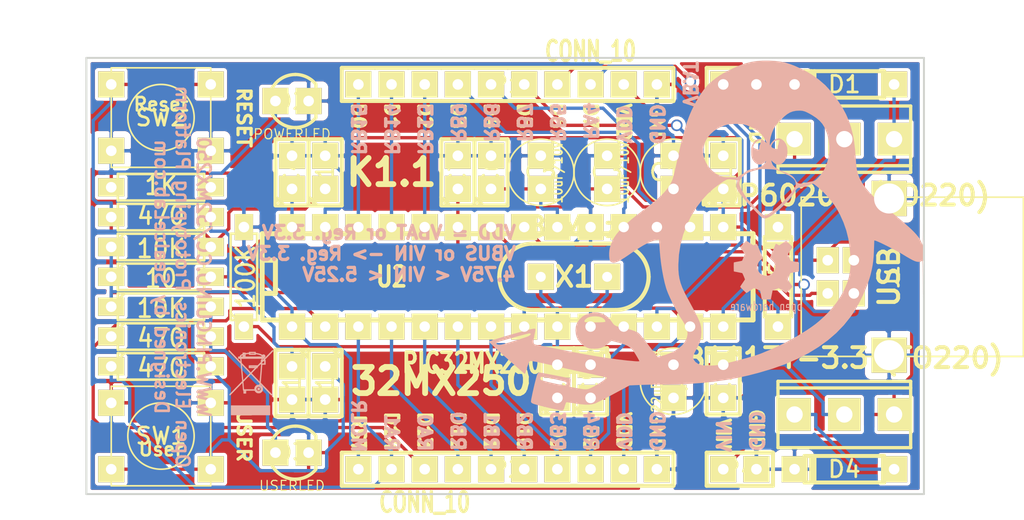
<source format=kicad_pcb>
(kicad_pcb (version 3) (host pcbnew "(2013-10-28 BZR 4418)-product")
  (layers (15 F.Cu signal) (0 B.Cu signal) (18 B.Paste user) (19 F.Paste user) (20 B.SilkS user) (21 F.SilkS user) (22 B.Mask user) (23 F.Mask user) (28 Edge.Cuts user))
  (net 0 "")
  (net 1 /D+)
  (net 2 /D-)
  (net 3 "/D0(SCK2,TX1,SS1)")
  (net 4 "/D1(VBUSON,SCK1,SS2,TX2)")
  (net 5 "/D10(RX1,SDI2,SDA2,SDO1,SDO2)")
  (net 6 "/D11(PGEC1,TX1,SS1,SDO1,SDO2)")
  (net 7 "/D12(PGED1,TX2,SS2)")
  (net 8 "/D13(PGED3,TX1,SS1)")
  (net 9 "/D14(PGEC3,SDO1,SDO2,RX2,SDI1)")
  (net 10 "/D2(RX1,SDI2,SDO1,SDO2)")
  (net 11 "/D3(SDA1,SS2)")
  (net 12 "/D4(SCL1,RX2,SDO1,SDO2)")
  (net 13 "/D5(USBMON,SS1,TX1)")
  (net 14 "/D6(USBID,RX2,SDI1,SDO1,SDO2)")
  (net 15 "/D7(RX1,SDI2,SDO1,SDO2)")
  (net 16 "/D8(TX1,SS1)")
  (net 17 "/D9(TX1,SCL2,SS1)")
  (net 18 /MCLR)
  (net 19 /VBAT)
  (net 20 /VBUS)
  (net 21 /VDD)
  (net 22 "Net-(C1-Pad1)")
  (net 23 "Net-(C10-Pad1)")
  (net 24 "Net-(C11-Pad1)")
  (net 25 "Net-(C4-Pad1)")
  (net 26 "Net-(C5-Pad1)")
  (net 27 "Net-(C8-Pad2)")
  (net 28 "Net-(C9-Pad2)")
  (net 29 "Net-(D2-Pad1)")
  (net 30 "Net-(D3-Pad1)")
  (net 31 "Net-(D4-Pad1)")
  (net 32 "Net-(D5-Pad1)")
  (net 33 VSS)
  (module LED-3MM (layer F.Cu) (at 214.63 136.398)
    (fp_text reference D2 (at 0 0 180) (layer F.SilkS) (effects (font (size 1.27 1.27) (thickness 0.2032))))
    (fp_text value POWERLED (at 0 2.54) (layer F.SilkS) (effects (font (size 0.762 0.762) (thickness 0.0889))))
    (pad 1 thru_hole rect (at -1.27 0) (size 2 2) (drill 0.8128) (layers *.Cu *.Mask F.SilkS) (net 29 "Net-(D2-Pad1)"))
    (pad 2 thru_hole rect (at 1.27 0) (size 2 2) (drill 0.8128) (layers *.Cu *.Mask F.SilkS) (net 33 VSS))
  )
  (module LED-3MM (layer F.Cu) (at 214.63 163.322)
    (fp_text reference D3 (at 0 0 180) (layer F.SilkS) (effects (font (size 1.27 1.27) (thickness 0.2032))))
    (fp_text value USERLED (at 0 2.54) (layer F.SilkS) (effects (font (size 0.762 0.762) (thickness 0.0889))))
    (pad 1 thru_hole rect (at -1.27 0) (size 2 2) (drill 0.8128) (layers *.Cu *.Mask F.SilkS) (net 30 "Net-(D3-Pad1)"))
    (pad 2 thru_hole rect (at 1.27 0) (size 2 2) (drill 0.8128) (layers *.Cu *.Mask F.SilkS) (net 33 VSS))
  )
  (module SIL-10 (layer F.Cu) (at 231.14 164.592 180)
    (fp_text reference P2 (at 0 0 180) (layer F.SilkS) (effects (font (size 1.27 1.27) (thickness 0.2032))))
    (fp_text value CONN_10 (at 6.35 -2.54 180) (layer F.SilkS) (effects (font (size 1.524 1.016) (thickness 0.3048))))
    (pad 1 thru_hole rect (at -11.43 0 180) (size 2 2) (drill 0.8128) (layers *.Cu *.Mask F.SilkS) (net 33 VSS))
    (pad 2 thru_hole rect (at -8.89 0 180) (size 2 2) (drill 0.8128) (layers *.Cu *.Mask F.SilkS) (net 21 /VDD))
    (pad 3 thru_hole rect (at -6.35 0 180) (size 2 2) (drill 0.8128) (layers *.Cu *.Mask F.SilkS) (net 16 "/D8(TX1,SS1)"))
    (pad 4 thru_hole rect (at -3.81 0 180) (size 2 2) (drill 0.8128) (layers *.Cu *.Mask F.SilkS) (net 17 "/D9(TX1,SCL2,SS1)"))
    (pad 5 thru_hole rect (at -1.27 0 180) (size 2 2) (drill 0.8128) (layers *.Cu *.Mask F.SilkS) (net 5 "/D10(RX1,SDI2,SDA2,SDO1,SDO2)"))
    (pad 6 thru_hole rect (at 1.27 0 180) (size 2 2) (drill 0.8128) (layers *.Cu *.Mask F.SilkS) (net 6 "/D11(PGEC1,TX1,SS1,SDO1,SDO2)"))
    (pad 7 thru_hole rect (at 3.81 0 180) (size 2 2) (drill 0.8128) (layers *.Cu *.Mask F.SilkS) (net 7 "/D12(PGED1,TX2,SS2)"))
    (pad 8 thru_hole rect (at 6.35 0 180) (size 2 2) (drill 0.8128) (layers *.Cu *.Mask F.SilkS) (net 8 "/D13(PGED3,TX1,SS1)"))
    (pad 9 thru_hole rect (at 8.89 0 180) (size 2 2) (drill 0.8128) (layers *.Cu *.Mask F.SilkS) (net 9 "/D14(PGEC3,SDO1,SDO2,RX2,SDI1)"))
    (pad 10 thru_hole rect (at 11.43 0 180) (size 2 2) (drill 0.8128) (layers *.Cu *.Mask F.SilkS) (net 18 /MCLR))
  )
  (module SIL-10 (layer F.Cu) (at 231.14 135.128)
    (fp_text reference P1 (at 0 0) (layer F.SilkS) (effects (font (size 1.27 1.27) (thickness 0.2032))))
    (fp_text value CONN_10 (at 6.35 -2.54) (layer F.SilkS) (effects (font (size 1.524 1.016) (thickness 0.3048))))
    (pad 1 thru_hole rect (at -11.43 0) (size 2 2) (drill 0.8128) (layers *.Cu *.Mask F.SilkS) (net 3 "/D0(SCK2,TX1,SS1)"))
    (pad 2 thru_hole rect (at -8.89 0) (size 2 2) (drill 0.8128) (layers *.Cu *.Mask F.SilkS) (net 4 "/D1(VBUSON,SCK1,SS2,TX2)"))
    (pad 3 thru_hole rect (at -6.35 0) (size 2 2) (drill 0.8128) (layers *.Cu *.Mask F.SilkS) (net 10 "/D2(RX1,SDI2,SDO1,SDO2)"))
    (pad 4 thru_hole rect (at -3.81 0) (size 2 2) (drill 0.8128) (layers *.Cu *.Mask F.SilkS) (net 11 "/D3(SDA1,SS2)"))
    (pad 5 thru_hole rect (at -1.27 0) (size 2 2) (drill 0.8128) (layers *.Cu *.Mask F.SilkS) (net 12 "/D4(SCL1,RX2,SDO1,SDO2)"))
    (pad 6 thru_hole rect (at 1.27 0) (size 2 2) (drill 0.8128) (layers *.Cu *.Mask F.SilkS) (net 13 "/D5(USBMON,SS1,TX1)"))
    (pad 7 thru_hole rect (at 3.81 0) (size 2 2) (drill 0.8128) (layers *.Cu *.Mask F.SilkS) (net 14 "/D6(USBID,RX2,SDI1,SDO1,SDO2)"))
    (pad 8 thru_hole rect (at 6.35 0) (size 2 2) (drill 0.8128) (layers *.Cu *.Mask F.SilkS) (net 15 "/D7(RX1,SDI2,SDO1,SDO2)"))
    (pad 9 thru_hole rect (at 8.89 0) (size 2 2) (drill 0.8128) (layers *.Cu *.Mask F.SilkS) (net 21 /VDD))
    (pad 10 thru_hole rect (at 11.43 0) (size 2 2) (drill 0.8128) (layers *.Cu *.Mask F.SilkS) (net 33 VSS))
  )
  (module C1 (layer F.Cu) (at 227.33 141.859 90)
    (fp_text reference C7 (at 0 0 90) (layer F.SilkS) (effects (font (size 1.27 1.27) (thickness 0.2032))))
    (fp_text value 100nF hide)
    (pad 1 thru_hole rect (at -1.27 0 90) (size 2 2) (drill 0.8128) (layers *.Cu *.Mask F.SilkS) (net 21 /VDD))
    (pad 2 thru_hole rect (at 1.27 0 90) (size 2 2) (drill 0.8128) (layers *.Cu *.Mask F.SilkS) (net 33 VSS))
  )
  (module C1 (layer F.Cu) (at 234.95 157.861 90)
    (fp_text reference C8 (at 0 0 90) (layer F.SilkS) (effects (font (size 1.27 1.27) (thickness 0.2032))))
    (fp_text value 22pF hide)
    (pad 1 thru_hole rect (at -1.27 0 90) (size 2 2) (drill 0.8128) (layers *.Cu *.Mask F.SilkS) (net 33 VSS))
    (pad 2 thru_hole rect (at 1.27 0 90) (size 2 2) (drill 0.8128) (layers *.Cu *.Mask F.SilkS) (net 27 "Net-(C8-Pad2)"))
  )
  (module C1 (layer F.Cu) (at 237.49 157.861 90)
    (fp_text reference C9 (at 0 0 90) (layer F.SilkS) (effects (font (size 1.27 1.27) (thickness 0.2032))))
    (fp_text value 22pF hide)
    (pad 1 thru_hole rect (at -1.27 0 90) (size 2 2) (drill 0.8128) (layers *.Cu *.Mask F.SilkS) (net 33 VSS))
    (pad 2 thru_hole rect (at 1.27 0 90) (size 2 2) (drill 0.8128) (layers *.Cu *.Mask F.SilkS) (net 28 "Net-(C9-Pad2)"))
  )
  (module C1 (layer F.Cu) (at 217.17 157.988 270)
    (fp_text reference C10 (at 0 0 270) (layer F.SilkS) (effects (font (size 1.27 1.27) (thickness 0.2032))))
    (fp_text value 100nF hide)
    (pad 1 thru_hole rect (at -1.27 0 270) (size 2 2) (drill 0.8128) (layers *.Cu *.Mask F.SilkS) (net 23 "Net-(C10-Pad1)"))
    (pad 2 thru_hole rect (at 1.27 0 270) (size 2 2) (drill 0.8128) (layers *.Cu *.Mask F.SilkS) (net 33 VSS))
  )
  (module C1 (layer F.Cu) (at 214.63 157.988 270)
    (fp_text reference C12 (at 0 0 270) (layer F.SilkS) (effects (font (size 1.27 1.27) (thickness 0.2032))))
    (fp_text value 100nF hide)
    (pad 1 thru_hole rect (at -1.27 0 270) (size 2 2) (drill 0.8128) (layers *.Cu *.Mask F.SilkS) (net 21 /VDD))
    (pad 2 thru_hole rect (at 1.27 0 270) (size 2 2) (drill 0.8128) (layers *.Cu *.Mask F.SilkS) (net 33 VSS))
  )
  (module C1 (layer F.Cu) (at 247.65 141.859 90)
    (fp_text reference C13 (at -0.127 0 90) (layer F.SilkS) (effects (font (size 1.27 1.27) (thickness 0.2032))))
    (fp_text value 100nF hide)
    (pad 1 thru_hole rect (at -1.27 0 90) (size 2 2) (drill 0.8128) (layers *.Cu *.Mask F.SilkS) (net 20 /VBUS))
    (pad 2 thru_hole rect (at 1.27 0 90) (size 2 2) (drill 0.8128) (layers *.Cu *.Mask F.SilkS) (net 33 VSS))
  )
  (module D3 (layer F.Cu) (at 256.921 164.592 180)
    (fp_text reference D4 (at 0 0 180) (layer F.SilkS) (effects (font (size 1.27 1.27) (thickness 0.2032))))
    (fp_text value "1N5817 (DO-214AC)" hide)
    (pad 2 thru_hole rect (at 3.81 0 180) (size 2 2) (drill 0.8128) (layers *.Cu *.Mask F.SilkS) (net 33 VSS))
    (pad 1 thru_hole rect (at -3.81 0 180) (size 2 2) (drill 0.8128) (layers *.Cu *.Mask F.SilkS) (net 31 "Net-(D4-Pad1)"))
  )
  (module D3 (layer F.Cu) (at 251.841 149.86 90)
    (fp_text reference D5 (at 0 0 90) (layer F.SilkS) (effects (font (size 1.27 1.27) (thickness 0.2032))))
    (fp_text value "1N5817 (DO-214AC)" hide)
    (pad 2 thru_hole rect (at 3.81 0 90) (size 2 2) (drill 0.8128) (layers *.Cu *.Mask F.SilkS) (net 19 /VBAT))
    (pad 1 thru_hole rect (at -3.81 0 90) (size 2 2) (drill 0.8128) (layers *.Cu *.Mask F.SilkS) (net 32 "Net-(D5-Pad1)"))
  )
  (module SIL-2 (layer F.Cu) (at 248.92 135.128 180)
    (fp_text reference P3 (at 0 0 180) (layer F.SilkS) (effects (font (size 1.27 1.27) (thickness 0.2032))))
    (fp_text value "Ext. Power" hide)
    (pad 1 thru_hole rect (at -1.27 0 180) (size 2 2) (drill 0.8128) (layers *.Cu *.Mask F.SilkS) (net 33 VSS))
    (pad 2 thru_hole rect (at 1.27 0 180) (size 2 2) (drill 0.8128) (layers *.Cu *.Mask F.SilkS) (net 32 "Net-(D5-Pad1)"))
  )
  (module R3 (layer F.Cu) (at 210.947 149.86 90)
    (fp_text reference R1 hide)
    (fp_text value 100K (at 0 0.127 90) (layer F.SilkS) (effects (font (size 1.397 1.27) (thickness 0.2032))))
    (pad 1 thru_hole rect (at -3.81 0 90) (size 2 1.397) (drill 0.8128) (layers *.Cu *.Mask F.SilkS) (net 22 "Net-(C1-Pad1)"))
    (pad 2 thru_hole rect (at 3.81 0 90) (size 2 1.397) (drill 0.8128) (layers *.Cu *.Mask F.SilkS) (net 33 VSS))
  )
  (module R3 (layer F.Cu) (at 204.597 143.002 180)
    (fp_text reference R2 hide)
    (fp_text value 1K (at 0 0.127 180) (layer F.SilkS) (effects (font (size 1.397 1.27) (thickness 0.2032))))
    (pad 1 thru_hole rect (at -3.81 0 180) (size 2 1.397) (drill 0.8128) (layers *.Cu *.Mask F.SilkS) (net 29 "Net-(D2-Pad1)"))
    (pad 2 thru_hole rect (at 3.81 0 180) (size 2 1.397) (drill 0.8128) (layers *.Cu *.Mask F.SilkS) (net 20 /VBUS))
  )
  (module R3 (layer F.Cu) (at 204.597 154.432)
    (fp_text reference R3 hide)
    (fp_text value 470 (at 0 0.127) (layer F.SilkS) (effects (font (size 1.397 1.27) (thickness 0.2032))))
    (pad 1 thru_hole rect (at -3.81 0) (size 2 1.397) (drill 0.8128) (layers *.Cu *.Mask F.SilkS) (net 8 "/D13(PGED3,TX1,SS1)"))
    (pad 2 thru_hole rect (at 3.81 0) (size 2 1.397) (drill 0.8128) (layers *.Cu *.Mask F.SilkS) (net 30 "Net-(D3-Pad1)"))
  )
  (module R3 (layer F.Cu) (at 204.597 149.86)
    (fp_text reference R4 hide)
    (fp_text value 10 (at 0 0.127) (layer F.SilkS) (effects (font (size 1.397 1.27) (thickness 0.2032))))
    (pad 1 thru_hole rect (at -3.81 0) (size 2 1.397) (drill 0.8128) (layers *.Cu *.Mask F.SilkS) (net 21 /VDD))
    (pad 2 thru_hole rect (at 3.81 0) (size 2 1.397) (drill 0.8128) (layers *.Cu *.Mask F.SilkS) (net 25 "Net-(C4-Pad1)"))
  )
  (module R3 (layer F.Cu) (at 204.597 152.146)
    (fp_text reference R5 hide)
    (fp_text value 10K (at 0 0.127) (layer F.SilkS) (effects (font (size 1.397 1.27) (thickness 0.2032))))
    (pad 1 thru_hole rect (at -3.81 0) (size 2 1.397) (drill 0.8128) (layers *.Cu *.Mask F.SilkS) (net 21 /VDD))
    (pad 2 thru_hole rect (at 3.81 0) (size 2 1.397) (drill 0.8128) (layers *.Cu *.Mask F.SilkS) (net 23 "Net-(C10-Pad1)"))
  )
  (module R3 (layer F.Cu) (at 204.597 147.574)
    (fp_text reference R6 hide)
    (fp_text value 10K (at 0 0.127) (layer F.SilkS) (effects (font (size 1.397 1.27) (thickness 0.2032))))
    (pad 1 thru_hole rect (at -3.81 0) (size 2 1.397) (drill 0.8128) (layers *.Cu *.Mask F.SilkS) (net 21 /VDD))
    (pad 2 thru_hole rect (at 3.81 0) (size 2 1.397) (drill 0.8128) (layers *.Cu *.Mask F.SilkS) (net 24 "Net-(C11-Pad1)"))
  )
  (module SW_PUSH_SMALL (layer F.Cu) (at 204.597 162.052)
    (fp_text reference SW1 (at 0 0) (layer F.SilkS) (effects (font (size 1.27 1.27) (thickness 0.2032))))
    (fp_text value User (at 0 1.016) (layer F.SilkS) (effects (font (size 1.016 1.016) (thickness 0.2032))))
    (pad 1 thru_hole rect (at 3.81 -2.54) (size 2 2) (drill 0.8128) (layers *.Cu *.Mask F.SilkS) (net 33 VSS))
    (pad 2 thru_hole rect (at 3.81 2.54) (size 2 2) (drill 0.8128) (layers *.Cu *.Mask F.SilkS) (net 23 "Net-(C10-Pad1)"))
    (pad 1 thru_hole rect (at -3.81 -2.54) (size 2 2) (drill 0.8128) (layers *.Cu *.Mask F.SilkS) (net 33 VSS))
    (pad 2 thru_hole rect (at -3.81 2.54) (size 2 2) (drill 0.8128) (layers *.Cu *.Mask F.SilkS) (net 23 "Net-(C10-Pad1)"))
  )
  (module SW_PUSH_SMALL (layer F.Cu) (at 204.597 137.668 180)
    (fp_text reference SW2 (at 0 0 180) (layer F.SilkS) (effects (font (size 1.27 1.27) (thickness 0.2032))))
    (fp_text value Reset (at 0 1.016 180) (layer F.SilkS) (effects (font (size 1.016 1.016) (thickness 0.2032))))
    (pad 1 thru_hole rect (at 3.81 -2.54 180) (size 2 2) (drill 0.8128) (layers *.Cu *.Mask F.SilkS) (net 33 VSS))
    (pad 2 thru_hole rect (at 3.81 2.54 180) (size 2 2) (drill 0.8128) (layers *.Cu *.Mask F.SilkS) (net 24 "Net-(C11-Pad1)"))
    (pad 1 thru_hole rect (at -3.81 -2.54 180) (size 2 2) (drill 0.8128) (layers *.Cu *.Mask F.SilkS) (net 33 VSS))
    (pad 2 thru_hole rect (at -3.81 2.54 180) (size 2 2) (drill 0.8128) (layers *.Cu *.Mask F.SilkS) (net 24 "Net-(C11-Pad1)"))
  )
  (module HC-49V (layer F.Cu) (at 236.22 149.86 180)
    (fp_text reference X1 (at 0 0 180) (layer F.SilkS) (effects (font (thickness 0.3048))))
    (fp_text value "8 MHz" (at 0 3.81 180) (layer F.SilkS) (effects (font (thickness 0.3048))))
    (pad 1 thru_hole rect (at -2.54 0 180) (size 2 2) (drill 0.762) (layers *.Cu *.Mask F.SilkS) (net 28 "Net-(C9-Pad2)"))
    (pad 2 thru_hole rect (at 2.54 0 180) (size 2 2) (drill 0.762) (layers *.Cu *.Mask F.SilkS) (net 27 "Net-(C8-Pad2)"))
  )
  (module C1V5 (layer F.Cu) (at 243.84 157.861 270)
    (fp_text reference C1 (at 0 0 540) (layer F.SilkS) (effects (font (size 1.27 1.27) (thickness 0.2032))))
    (fp_text value 22uF/16V (at 0 1.27 270) (layer F.SilkS) (effects (font (size 0.762 0.635) (thickness 0.127))))
    (fp_text user + (at -1.27 0 270) (layer F.SilkS) (effects (font (size 0.762 0.762) (thickness 0.2032))))
    (pad 1 thru_hole rect (at -1.27 0 270) (size 2 2) (drill 0.8128) (layers *.Cu *.Mask F.SilkS) (net 22 "Net-(C1-Pad1)"))
    (pad 2 thru_hole rect (at 1.27 0 270) (size 2 2) (drill 0.8128) (layers *.Cu *.Mask F.SilkS) (net 33 VSS))
  )
  (module C1 (layer F.Cu) (at 247.65 157.861 270)
    (fp_text reference C2 (at 0 0 270) (layer F.SilkS) (effects (font (size 1.27 1.27) (thickness 0.2032))))
    (fp_text value 100nF hide)
    (pad 1 thru_hole rect (at -1.27 0 270) (size 2 2) (drill 0.8128) (layers *.Cu *.Mask F.SilkS) (net 22 "Net-(C1-Pad1)"))
    (pad 2 thru_hole rect (at 1.27 0 270) (size 2 2) (drill 0.8128) (layers *.Cu *.Mask F.SilkS) (net 33 VSS))
  )
  (module C1V5 (layer F.Cu) (at 238.76 141.859 90)
    (fp_text reference C3 (at 0 0 180) (layer F.SilkS) (effects (font (size 1.27 1.27) (thickness 0.2032))))
    (fp_text value 10uF/10V (at 0 1.27 90) (layer F.SilkS) (effects (font (size 0.762 0.635) (thickness 0.127))))
    (fp_text user + (at -1.27 0 90) (layer F.SilkS) (effects (font (size 0.762 0.762) (thickness 0.2032))))
    (pad 1 thru_hole rect (at -1.27 0 90) (size 2 2) (drill 0.8128) (layers *.Cu *.Mask F.SilkS) (net 21 /VDD))
    (pad 2 thru_hole rect (at 1.27 0 90) (size 2 2) (drill 0.8128) (layers *.Cu *.Mask F.SilkS) (net 33 VSS))
  )
  (module C1 (layer F.Cu) (at 214.63 141.859 90)
    (fp_text reference C4 (at 0 0 90) (layer F.SilkS) (effects (font (size 1.27 1.27) (thickness 0.2032))))
    (fp_text value 100nF hide)
    (pad 1 thru_hole rect (at -1.27 0 90) (size 2 2) (drill 0.8128) (layers *.Cu *.Mask F.SilkS) (net 25 "Net-(C4-Pad1)"))
    (pad 2 thru_hole rect (at 1.27 0 90) (size 2 2) (drill 0.8128) (layers *.Cu *.Mask F.SilkS) (net 33 VSS))
  )
  (module C1V5 (layer F.Cu) (at 233.68 141.859 90)
    (fp_text reference C5 (at 0 0 180) (layer F.SilkS) (effects (font (size 1.27 1.27) (thickness 0.2032))))
    (fp_text value 10uF/10V (at 0 1.27 90) (layer F.SilkS) (effects (font (size 0.762 0.635) (thickness 0.127))))
    (fp_text user + (at -1.27 0 90) (layer F.SilkS) (effects (font (size 0.762 0.762) (thickness 0.2032))))
    (pad 1 thru_hole rect (at -1.27 0 90) (size 2 2) (drill 0.8128) (layers *.Cu *.Mask F.SilkS) (net 26 "Net-(C5-Pad1)"))
    (pad 2 thru_hole rect (at 1.27 0 90) (size 2 2) (drill 0.8128) (layers *.Cu *.Mask F.SilkS) (net 33 VSS))
  )
  (module C1 (layer F.Cu) (at 229.87 141.859 90)
    (fp_text reference C6 (at 0 0 90) (layer F.SilkS) (effects (font (size 1.27 1.27) (thickness 0.2032))))
    (fp_text value 100nF hide)
    (pad 1 thru_hole rect (at -1.27 0 90) (size 2 2) (drill 0.8128) (layers *.Cu *.Mask F.SilkS) (net 26 "Net-(C5-Pad1)"))
    (pad 2 thru_hole rect (at 1.27 0 90) (size 2 2) (drill 0.8128) (layers *.Cu *.Mask F.SilkS) (net 33 VSS))
  )
  (module C1 (layer F.Cu) (at 217.17 141.859 90)
    (fp_text reference C11 (at 0 0 90) (layer F.SilkS) (effects (font (size 1.27 1.27) (thickness 0.2032))))
    (fp_text value 100nF hide)
    (pad 1 thru_hole rect (at -1.27 0 90) (size 2 2) (drill 0.8128) (layers *.Cu *.Mask F.SilkS) (net 24 "Net-(C11-Pad1)"))
    (pad 2 thru_hole rect (at 1.27 0 90) (size 2 2) (drill 0.8128) (layers *.Cu *.Mask F.SilkS) (net 33 VSS))
  )
  (module C1V5 (layer F.Cu) (at 243.84 141.859 90)
    (fp_text reference C14 (at 0 0 180) (layer F.SilkS) (effects (font (size 1.27 1.27) (thickness 0.2032))))
    (fp_text value 10uF/10V (at 0 1.27 90) (layer F.SilkS) (effects (font (size 0.762 0.635) (thickness 0.127))))
    (fp_text user + (at -1.27 0 90) (layer F.SilkS) (effects (font (size 0.762 0.762) (thickness 0.2032))))
    (pad 1 thru_hole rect (at -1.27 0 90) (size 2 2) (drill 0.8128) (layers *.Cu *.Mask F.SilkS) (net 20 /VBUS))
    (pad 2 thru_hole rect (at 1.27 0 90) (size 2 2) (drill 0.8128) (layers *.Cu *.Mask F.SilkS) (net 33 VSS))
  )
  (module D3 (layer F.Cu) (at 256.921 135.128 180)
    (fp_text reference D1 (at 0 0 180) (layer F.SilkS) (effects (font (size 1.27 1.27) (thickness 0.2032))))
    (fp_text value "1N5817 (DO-214AC)" hide)
    (pad 2 thru_hole rect (at 3.81 0 180) (size 2 2) (drill 0.8128) (layers *.Cu *.Mask F.SilkS) (net 21 /VDD))
    (pad 1 thru_hole rect (at -3.81 0 180) (size 2 2) (drill 0.8128) (layers *.Cu *.Mask F.SilkS) (net 22 "Net-(C1-Pad1)"))
  )
  (module R3 (layer F.Cu) (at 204.597 156.718)
    (fp_text reference R7 hide)
    (fp_text value 470 (at 0 0.127) (layer F.SilkS) (effects (font (size 1.397 1.27) (thickness 0.2032))))
    (pad 1 thru_hole rect (at -3.81 0) (size 2 1.397) (drill 0.8128) (layers *.Cu *.Mask F.SilkS) (net 9 "/D14(PGEC3,SDO1,SDO2,RX2,SDI1)"))
    (pad 2 thru_hole rect (at 3.81 0) (size 2 1.397) (drill 0.8128) (layers *.Cu *.Mask F.SilkS) (net 23 "Net-(C10-Pad1)"))
  )
  (module R3 (layer F.Cu) (at 204.597 145.288 180)
    (fp_text reference R8 hide)
    (fp_text value 470 (at 0 0.127 180) (layer F.SilkS) (effects (font (size 1.397 1.27) (thickness 0.2032))))
    (pad 1 thru_hole rect (at -3.81 0 180) (size 2 1.397) (drill 0.8128) (layers *.Cu *.Mask F.SilkS) (net 18 /MCLR))
    (pad 2 thru_hole rect (at 3.81 0 180) (size 2 1.397) (drill 0.8128) (layers *.Cu *.Mask F.SilkS) (net 24 "Net-(C11-Pad1)"))
  )
  (module Logo_silk_OSHW_6x6mm (layer B.Cu) (at 250.952 149.352 180)
    (fp_text reference G2 hide)
    (fp_text value LOGO hide)
  )
  (module USB_B (layer F.Cu) (at 260.35 149.86 90)
    (fp_text reference J1 (at 0 0.254 90) (layer F.SilkS) (effects (font (thickness 0.2))))
    (fp_text value USB (at 0 0 90) (layer F.SilkS) (effects (font (thickness 0.3048))))
    (pad 1 thru_hole rect (at 1.27 -4.699 90) (size 2 1.7) (drill 0.8128) (layers *.Cu *.Mask F.SilkS) (net 20 /VBUS))
    (pad 2 thru_hole rect (at -1.27 -4.699 90) (size 2 1.7) (drill 0.8128) (layers *.Cu *.Mask F.SilkS) (net 2 /D-))
    (pad 3 thru_hole rect (at -1.27 -2.70002 90) (size 2 1.7) (drill 0.8128) (layers *.Cu *.Mask F.SilkS) (net 1 /D+))
    (pad 4 thru_hole rect (at 1.27 -2.70002 90) (size 2 1.7) (drill 0.8128) (layers *.Cu *.Mask F.SilkS) (net 33 VSS))
    (pad 5 thru_hole rect (at 5.99948 0 90) (size 2.70002 2.70002) (drill 2.30124) (layers *.Cu *.Mask F.SilkS) (net 33 VSS))
    (pad 6 thru_hole rect (at -5.99948 0 90) (size 2.70002 2.70002) (drill 2.30124) (layers *.Cu *.Mask F.SilkS) (net 33 VSS))
  )
  (module to220 (layer F.Cu) (at 256.921 139.319 180)
    (fp_text reference Q1 (at 0 0 180) (layer F.SilkS) (effects (font (thickness 0.2))))
    (fp_text value "NDP6020P (TO220)" (at 0 -4.318 180) (layer F.SilkS) (effects (font (thickness 0.3048))))
    (pad S thru_hole rect (at 3.81 0 180) (size 2.49936 2.49936) (drill 1.24968) (layers *.Cu *.Mask F.SilkS) (net 21 /VDD))
    (pad D thru_hole rect (at 0 0 180) (size 2.49936 2.49936) (drill 1.24968) (layers *.Cu *.Mask F.SilkS) (net 19 /VBAT))
    (pad G thru_hole rect (at -3.81 0 180) (size 2.49936 2.49936) (drill 1.24968) (layers *.Cu *.Mask F.SilkS) (net 22 "Net-(C1-Pad1)"))
  )
  (module to220 (layer F.Cu) (at 256.921 160.401)
    (fp_text reference U1 (at 0 0) (layer F.SilkS) (effects (font (thickness 0.2))))
    (fp_text value "B1117T-3.3 (TO220)" (at 0 -4.318) (layer F.SilkS) (effects (font (thickness 0.3048))))
    (pad 3 thru_hole rect (at 3.81 0) (size 2.49936 2.49936) (drill 1.24968) (layers *.Cu *.Mask F.SilkS) (net 20 /VBUS))
    (pad 2 thru_hole rect (at 0 0) (size 2.49936 2.49936) (drill 1.24968) (layers *.Cu *.Mask F.SilkS) (net 22 "Net-(C1-Pad1)"))
    (pad 1 thru_hole rect (at -3.81 0) (size 2.49936 2.49936) (drill 1.24968) (layers *.Cu *.Mask F.SilkS) (net 31 "Net-(D4-Pad1)"))
  )
  (module dil_28-300 (layer F.Cu) (at 231.14 149.86)
    (fp_text reference U2 (at -8.89 0) (layer F.SilkS) (effects (font (size 1.524 1.143) (thickness 0.28702))))
    (fp_text value PIC32MX250F128B (at 0 6.604) (layer F.SilkS) (effects (font (size 1.524 1.143) (thickness 0.28702))))
    (pad 1 thru_hole rect (at -16.51 3.81) (size 2 2) (drill 0.8001) (layers *.Cu *.Mask F.SilkS) (net 18 /MCLR))
    (pad 2 thru_hole rect (at -13.97 3.81) (size 2 2) (drill 0.8001) (layers *.Cu *.Mask F.SilkS) (net 8 "/D13(PGED3,TX1,SS1)"))
    (pad 3 thru_hole rect (at -11.43 3.81) (size 2 2) (drill 0.8001) (layers *.Cu *.Mask F.SilkS) (net 9 "/D14(PGEC3,SDO1,SDO2,RX2,SDI1)"))
    (pad 4 thru_hole rect (at -8.89 3.81) (size 2 2) (drill 0.8001) (layers *.Cu *.Mask F.SilkS) (net 7 "/D12(PGED1,TX2,SS2)"))
    (pad 5 thru_hole rect (at -6.35 3.81) (size 2 2) (drill 0.8001) (layers *.Cu *.Mask F.SilkS) (net 6 "/D11(PGEC1,TX1,SS1,SDO1,SDO2)"))
    (pad 6 thru_hole rect (at -3.81 3.81) (size 2 2) (drill 0.8001) (layers *.Cu *.Mask F.SilkS) (net 5 "/D10(RX1,SDI2,SDA2,SDO1,SDO2)"))
    (pad 7 thru_hole rect (at -1.27 3.81) (size 2 2) (drill 0.8001) (layers *.Cu *.Mask F.SilkS) (net 17 "/D9(TX1,SCL2,SS1)"))
    (pad 8 thru_hole rect (at 1.27 3.81) (size 2 2) (drill 0.8001) (layers *.Cu *.Mask F.SilkS) (net 33 VSS))
    (pad 9 thru_hole rect (at 3.81 3.81) (size 2 2) (drill 0.8001) (layers *.Cu *.Mask F.SilkS) (net 27 "Net-(C8-Pad2)"))
    (pad 10 thru_hole rect (at 6.35 3.81) (size 2 2) (drill 0.8001) (layers *.Cu *.Mask F.SilkS) (net 28 "Net-(C9-Pad2)"))
    (pad 11 thru_hole rect (at 8.89 3.81) (size 2 2) (drill 0.8001) (layers *.Cu *.Mask F.SilkS) (net 16 "/D8(TX1,SS1)"))
    (pad 12 thru_hole rect (at 11.43 3.81) (size 2 2) (drill 0.8001) (layers *.Cu *.Mask F.SilkS) (net 15 "/D7(RX1,SDI2,SDO1,SDO2)"))
    (pad 13 thru_hole rect (at 13.97 3.81) (size 2 2) (drill 0.8001) (layers *.Cu *.Mask F.SilkS) (net 21 /VDD))
    (pad 14 thru_hole rect (at 16.51 3.81) (size 2 2) (drill 0.8001) (layers *.Cu *.Mask F.SilkS) (net 14 "/D6(USBID,RX2,SDI1,SDO1,SDO2)"))
    (pad 15 thru_hole rect (at 16.51 -3.81) (size 2 2) (drill 0.8001) (layers *.Cu *.Mask F.SilkS) (net 20 /VBUS))
    (pad 16 thru_hole rect (at 13.97 -3.81) (size 2 2) (drill 0.8001) (layers *.Cu *.Mask F.SilkS) (net 13 "/D5(USBMON,SS1,TX1)"))
    (pad 17 thru_hole rect (at 11.43 -3.81) (size 2 2) (drill 0.8001) (layers *.Cu *.Mask F.SilkS) (net 12 "/D4(SCL1,RX2,SDO1,SDO2)"))
    (pad 18 thru_hole rect (at 8.89 -3.81) (size 2 2) (drill 0.8001) (layers *.Cu *.Mask F.SilkS) (net 11 "/D3(SDA1,SS2)"))
    (pad 19 thru_hole rect (at 6.35 -3.81) (size 2 2) (drill 0.8001) (layers *.Cu *.Mask F.SilkS) (net 33 VSS))
    (pad 20 thru_hole rect (at 3.81 -3.81) (size 2 2) (drill 0.8001) (layers *.Cu *.Mask F.SilkS) (net 26 "Net-(C5-Pad1)"))
    (pad 21 thru_hole rect (at 1.27 -3.81) (size 2 2) (drill 0.8001) (layers *.Cu *.Mask F.SilkS) (net 1 /D+))
    (pad 22 thru_hole rect (at -1.27 -3.81) (size 2 2) (drill 0.8001) (layers *.Cu *.Mask F.SilkS) (net 2 /D-))
    (pad 23 thru_hole rect (at -3.81 -3.81) (size 2 2) (drill 0.8001) (layers *.Cu *.Mask F.SilkS) (net 21 /VDD))
    (pad 24 thru_hole rect (at -6.35 -3.81) (size 2 2) (drill 0.8001) (layers *.Cu *.Mask F.SilkS) (net 10 "/D2(RX1,SDI2,SDO1,SDO2)"))
    (pad 25 thru_hole rect (at -8.89 -3.81) (size 2 2) (drill 0.8001) (layers *.Cu *.Mask F.SilkS) (net 4 "/D1(VBUSON,SCK1,SS2,TX2)"))
    (pad 26 thru_hole rect (at -11.43 -3.81) (size 2 2) (drill 0.8001) (layers *.Cu *.Mask F.SilkS) (net 3 "/D0(SCK2,TX1,SS1)"))
    (pad 27 thru_hole rect (at -13.97 -3.81) (size 2 2) (drill 0.8001) (layers *.Cu *.Mask F.SilkS) (net 33 VSS))
    (pad 28 thru_hole rect (at -16.51 -3.81) (size 2 2) (drill 0.8001) (layers *.Cu *.Mask F.SilkS) (net 25 "Net-(C4-Pad1)"))
  )
  (module logo1in (layer F.Cu) (at 246.38 146.558)
    (fp_text reference VAL hide)
    (fp_text value logo1in hide)
  )
  (module SIL-2 (layer F.Cu) (at 248.92 164.592 180)
    (fp_text reference P4 (at 0 0 180) (layer F.SilkS) (effects (font (size 1.27 1.27) (thickness 0.2032))))
    (fp_text value "Ext. Power" hide)
    (pad 1 thru_hole rect (at -1.27 0 180) (size 2 2) (drill 0.8128) (layers *.Cu *.Mask F.SilkS) (net 33 VSS))
    (pad 2 thru_hole rect (at 1.27 0 180) (size 2 2) (drill 0.8128) (layers *.Cu *.Mask F.SilkS) (net 20 /VBUS))
  )
  (module Logo_silk_WEEE_3.4x5mm (layer B.Cu) (at 211.455 157.988)
    (fp_text reference G*** hide)
    (fp_text value LOGO hide)
  )
  (gr_text VBAT (at 245.11 135.128 270) (layer B.SilkS) (effects (font (size 1 1) (thickness 0.25)) (justify mirror)))
  (gr_text VIN (at 247.65 162.052 270) (layer B.SilkS) (effects (font (size 1 1) (thickness 0.25)) (justify mirror)))
  (gr_text GND (at 250.19 161.671 270) (layer B.SilkS) (effects (font (size 1 1) (thickness 0.25)) (justify mirror)))
  (gr_text "VDD = VBAT or Reg. 3.3V\nVBUS or VIN -> Reg. 3.3V\n4.75V < VIN < 5.25V\n" (at 231.902 148.082) (layer B.SilkS) (effects (font (size 1 1) (thickness 0.25)) (justify left mirror)))
  (gr_text GND (at 250.19 161.544 270) (layer F.SilkS) (effects (font (size 1 1) (thickness 0.25))))
  (gr_text VIN (at 247.65 161.925 270) (layer F.SilkS) (effects (font (size 1 1) (thickness 0.25))))
  (gr_text RESET (at 210.947 137.668 270) (layer F.SilkS) (effects (font (size 1 1) (thickness 0.25))))
  (gr_text USER (at 210.947 162.052 270) (layer F.SilkS) (effects (font (size 1 1) (thickness 0.25))))
  (gr_line (start 263.017 166.497) (end 263.017 133.096) (angle 90) (layer Edge.Cuts) (width 0.15))
  (gr_line (start 198.882 166.497) (end 263.017 166.497) (angle 90) (layer Edge.Cuts) (width 0.15))
  (gr_line (start 198.882 133.096) (end 198.882 166.497) (angle 90) (layer Edge.Cuts) (width 0.15))
  (gr_line (start 263.017 133.096) (end 198.882 133.096) (angle 90) (layer Edge.Cuts) (width 0.15))
  (gr_text K1.1 (at 222.25 141.859) (layer F.SilkS) (effects (font (size 2 2) (thickness 0.45))))
  (gr_text GND (at 242.57 138.176 270) (layer B.SilkS) (effects (font (size 1 1) (thickness 0.25)) (justify mirror)))
  (gr_text VDD (at 240.03 138.176 270) (layer B.SilkS) (effects (font (size 1 1) (thickness 0.25)) (justify mirror)))
  (gr_text RA4 (at 237.49 137.922 270) (layer B.SilkS) (effects (font (size 1 1) (thickness 0.25)) (justify mirror)))
  (gr_text RB5 (at 234.95 138.049 270) (layer B.SilkS) (effects (font (size 1 1) (thickness 0.25)) (justify mirror)))
  (gr_text RB7 (at 232.41 138.049 270) (layer B.SilkS) (effects (font (size 1 1) (thickness 0.25)) (justify mirror)))
  (gr_text RB8 (at 229.87 138.049 270) (layer B.SilkS) (effects (font (size 1 1) (thickness 0.25)) (justify mirror)))
  (gr_text RB9 (at 227.33 138.049 270) (layer B.SilkS) (effects (font (size 1 1) (thickness 0.25)) (justify mirror)))
  (gr_text RB13 (at 224.79 138.557 270) (layer B.SilkS) (effects (font (size 1 1) (thickness 0.25)) (justify mirror)))
  (gr_text RB14 (at 222.25 138.557 270) (layer B.SilkS) (effects (font (size 1 1) (thickness 0.25)) (justify mirror)))
  (gr_text RB15 (at 219.71 138.557 270) (layer B.SilkS) (effects (font (size 1 1) (thickness 0.25)) (justify mirror)))
  (gr_text GND (at 242.57 161.671 270) (layer B.SilkS) (effects (font (size 1 1) (thickness 0.25)) (justify mirror)))
  (gr_text VDD (at 240.03 161.671 270) (layer B.SilkS) (effects (font (size 1 1) (thickness 0.25)) (justify mirror)))
  (gr_text RB4 (at 237.49 161.671 270) (layer B.SilkS) (effects (font (size 1 1) (thickness 0.25)) (justify mirror)))
  (gr_text RB3 (at 234.95 161.671 270) (layer B.SilkS) (effects (font (size 1 1) (thickness 0.25)) (justify mirror)))
  (gr_text RB2 (at 232.41 161.671 270) (layer B.SilkS) (effects (font (size 1 1) (thickness 0.25)) (justify mirror)))
  (gr_text RB1 (at 229.87 161.671 270) (layer B.SilkS) (effects (font (size 1 1) (thickness 0.25)) (justify mirror)))
  (gr_text RB0 (at 227.33 161.671 270) (layer B.SilkS) (effects (font (size 1 1) (thickness 0.25)) (justify mirror)))
  (gr_text RA0 (at 224.79 161.798 270) (layer B.SilkS) (effects (font (size 1 1) (thickness 0.25)) (justify mirror)))
  (gr_text RA1 (at 222.25 161.798 270) (layer B.SilkS) (effects (font (size 1 1) (thickness 0.25)) (justify mirror)))
  (gr_text MCLR (at 219.71 161.29 270) (layer B.SilkS) (effects (font (size 1 1) (thickness 0.25)) (justify mirror)))
  (gr_text 32MX250 (at 226.06 157.861) (layer F.SilkS) (effects (font (size 2 2) (thickness 0.45))))
  (gr_text VBAT (at 247.65 137.414) (layer F.SilkS) (effects (font (size 1 1) (thickness 0.25))))
  (gr_text GND (at 250.19 138.176 270) (layer F.SilkS) (effects (font (size 1 1) (thickness 0.25))))
  (gr_text GND (at 242.57 138.176 270) (layer F.SilkS) (effects (font (size 1 1) (thickness 0.25))))
  (gr_text VDD (at 240.03 138.049 270) (layer F.SilkS) (effects (font (size 1 1) (thickness 0.25))))
  (gr_text D7 (at 237.49 137.541 270) (layer F.SilkS) (effects (font (size 1 1) (thickness 0.25))))
  (gr_text D6 (at 234.95 137.541 270) (layer F.SilkS) (effects (font (size 1 1) (thickness 0.25))))
  (gr_text D5 (at 232.41 137.541 270) (layer F.SilkS) (effects (font (size 1 1) (thickness 0.25))))
  (gr_text D4 (at 229.87 137.541 270) (layer F.SilkS) (effects (font (size 1 1) (thickness 0.25))))
  (gr_text D3 (at 227.33 137.541 270) (layer F.SilkS) (effects (font (size 1 1) (thickness 0.25))))
  (gr_text D2 (at 224.79 137.541 270) (layer F.SilkS) (effects (font (size 1 1) (thickness 0.25))))
  (gr_text D1 (at 222.25 137.541 270) (layer F.SilkS) (effects (font (size 1 1) (thickness 0.25))))
  (gr_text D0 (at 219.71 137.541 270) (layer F.SilkS) (effects (font (size 1 1) (thickness 0.25))))
  (gr_text GND (at 242.57 161.671 270) (layer F.SilkS) (effects (font (size 1 1) (thickness 0.25))))
  (gr_text VDD (at 240.03 161.671 270) (layer F.SilkS) (effects (font (size 1 1) (thickness 0.25))))
  (gr_text D8 (at 237.49 162.179 270) (layer F.SilkS) (effects (font (size 1 1) (thickness 0.25))))
  (gr_text D9 (at 234.95 162.179 270) (layer F.SilkS) (effects (font (size 1 1) (thickness 0.25))))
  (gr_text D10 (at 232.41 161.671 270) (layer F.SilkS) (effects (font (size 1 1) (thickness 0.25))))
  (gr_text D11 (at 229.87 161.671 270) (layer F.SilkS) (effects (font (size 1 1) (thickness 0.25))))
  (gr_text D12 (at 227.33 161.671 270) (layer F.SilkS) (effects (font (size 1 1) (thickness 0.25))))
  (gr_text D13 (at 224.79 161.671 270) (layer F.SilkS) (effects (font (size 1 1) (thickness 0.25))))
  (gr_text D14 (at 222.25 161.671 270) (layer F.SilkS) (effects (font (size 1 1) (thickness 0.25))))
  (gr_text RST (at 219.71 161.798 270) (layer F.SilkS) (effects (font (size 1 1) (thickness 0.25))))
  (gr_text "WWW.PINGUINO.CC/32MX250\nOpen Electronics Prototyping Platform\nDesigned by SeaIceLab.com" (at 206.248 149.86 270) (layer B.SilkS) (effects (font (size 1 1) (thickness 0.2)) (justify mirror)))
  (via (at 253.8394 150.4475) (size 0.889) (layers F.Cu B.Cu) (net 1))
  (segment (start 257.65 151.13) (end 257.65 152.5113) (width 0.254) (layer B.Cu) (net 1))
  (segment (start 253.8394 151.7205) (end 253.8394 150.4475) (width 0.254) (layer B.Cu) (net 1))
  (segment (start 254.6302 152.5113) (end 253.8394 151.7205) (width 0.254) (layer B.Cu) (net 1))
  (segment (start 257.65 152.5113) (end 254.6302 152.5113) (width 0.254) (layer B.Cu) (net 1))
  (segment (start 252.5891 150.4475) (end 253.8394 150.4475) (width 0.254) (layer F.Cu) (net 1))
  (segment (start 249.573 147.4314) (end 252.5891 150.4475) (width 0.254) (layer F.Cu) (net 1))
  (segment (start 233.7914 147.4314) (end 249.573 147.4314) (width 0.254) (layer F.Cu) (net 1))
  (segment (start 232.41 146.05) (end 233.7914 147.4314) (width 0.254) (layer F.Cu) (net 1))
  (segment (start 255.651 151.13) (end 254.4197 151.13) (width 0.254) (layer F.Cu) (net 2))
  (segment (start 254.2764 151.2733) (end 254.4197 151.13) (width 0.254) (layer F.Cu) (net 2))
  (segment (start 252.6961 151.2733) (end 254.2764 151.2733) (width 0.254) (layer F.Cu) (net 2))
  (segment (start 249.3625 147.9397) (end 252.6961 151.2733) (width 0.254) (layer F.Cu) (net 2))
  (segment (start 231.7597 147.9397) (end 249.3625 147.9397) (width 0.254) (layer F.Cu) (net 2))
  (segment (start 229.87 146.05) (end 231.7597 147.9397) (width 0.254) (layer F.Cu) (net 2))
  (segment (start 219.71 146.05) (end 219.71 135.128) (width 0.254) (layer B.Cu) (net 3))
  (segment (start 222.25 146.05) (end 222.25 135.128) (width 0.254) (layer B.Cu) (net 4))
  (segment (start 227.33 158.1307) (end 232.41 163.2107) (width 0.254) (layer B.Cu) (net 5))
  (segment (start 227.33 153.67) (end 227.33 158.1307) (width 0.254) (layer B.Cu) (net 5))
  (segment (start 232.41 164.592) (end 232.41 163.2107) (width 0.254) (layer B.Cu) (net 5))
  (segment (start 224.79 158.1307) (end 229.87 163.2107) (width 0.254) (layer B.Cu) (net 6))
  (segment (start 224.79 153.67) (end 224.79 158.1307) (width 0.254) (layer B.Cu) (net 6))
  (segment (start 229.87 164.592) (end 229.87 163.2107) (width 0.254) (layer B.Cu) (net 6))
  (segment (start 222.25 158.1307) (end 227.33 163.2107) (width 0.254) (layer B.Cu) (net 7))
  (segment (start 222.25 153.67) (end 222.25 158.1307) (width 0.254) (layer B.Cu) (net 7))
  (segment (start 227.33 164.592) (end 227.33 163.2107) (width 0.254) (layer B.Cu) (net 7))
  (segment (start 200.787 154.432) (end 200.787 153.8921) (width 0.254) (layer F.Cu) (net 8))
  (segment (start 199.4056 155.2735) (end 200.787 153.8921) (width 0.254) (layer F.Cu) (net 8))
  (segment (start 199.4056 160.7146) (end 199.4056 155.2735) (width 0.254) (layer F.Cu) (net 8))
  (segment (start 200.0927 161.4017) (end 199.4056 160.7146) (width 0.254) (layer F.Cu) (net 8))
  (segment (start 221.5997 161.4017) (end 200.0927 161.4017) (width 0.254) (layer F.Cu) (net 8))
  (segment (start 224.79 164.592) (end 221.5997 161.4017) (width 0.254) (layer F.Cu) (net 8))
  (segment (start 201.4532 153.2259) (end 200.787 153.8921) (width 0.254) (layer F.Cu) (net 8))
  (segment (start 209.5797 153.2259) (end 201.4532 153.2259) (width 0.254) (layer F.Cu) (net 8))
  (segment (start 209.8671 152.9385) (end 209.5797 153.2259) (width 0.254) (layer F.Cu) (net 8))
  (segment (start 209.8671 152.4593) (end 209.8671 152.9385) (width 0.254) (layer F.Cu) (net 8))
  (segment (start 210.0378 152.2886) (end 209.8671 152.4593) (width 0.254) (layer F.Cu) (net 8))
  (segment (start 215.7886 152.2886) (end 210.0378 152.2886) (width 0.254) (layer F.Cu) (net 8))
  (segment (start 217.17 153.67) (end 215.7886 152.2886) (width 0.254) (layer F.Cu) (net 8))
  (segment (start 219.71 160.6707) (end 219.71 155.0513) (width 0.254) (layer B.Cu) (net 9))
  (segment (start 222.25 163.2107) (end 219.71 160.6707) (width 0.254) (layer B.Cu) (net 9))
  (segment (start 219.71 153.67) (end 219.71 155.0513) (width 0.254) (layer B.Cu) (net 9))
  (segment (start 222.25 163.9013) (end 222.25 163.2107) (width 0.254) (layer B.Cu) (net 9))
  (segment (start 222.25 163.9013) (end 222.25 164.592) (width 0.254) (layer B.Cu) (net 9))
  (segment (start 201.6138 157.7978) (end 200.787 157.7978) (width 0.254) (layer B.Cu) (net 9))
  (segment (start 202.1997 158.3837) (end 201.6138 157.7978) (width 0.254) (layer B.Cu) (net 9))
  (segment (start 202.1997 160.9422) (end 202.1997 158.3837) (width 0.254) (layer B.Cu) (net 9))
  (segment (start 207.2309 165.9734) (end 202.1997 160.9422) (width 0.254) (layer B.Cu) (net 9))
  (segment (start 220.8686 165.9734) (end 207.2309 165.9734) (width 0.254) (layer B.Cu) (net 9))
  (segment (start 222.25 164.592) (end 220.8686 165.9734) (width 0.254) (layer B.Cu) (net 9))
  (segment (start 200.787 156.718) (end 200.787 157.7978) (width 0.254) (layer B.Cu) (net 9))
  (segment (start 224.79 146.05) (end 224.79 135.128) (width 0.254) (layer B.Cu) (net 10))
  (segment (start 230.9997 138.7977) (end 227.33 135.128) (width 0.254) (layer B.Cu) (net 11))
  (segment (start 239.5536 138.7977) (end 230.9997 138.7977) (width 0.254) (layer B.Cu) (net 11))
  (segment (start 240.1413 139.3854) (end 239.5536 138.7977) (width 0.254) (layer B.Cu) (net 11))
  (segment (start 240.1413 144.5574) (end 240.1413 139.3854) (width 0.254) (layer B.Cu) (net 11))
  (segment (start 240.03 144.6687) (end 240.1413 144.5574) (width 0.254) (layer B.Cu) (net 11))
  (segment (start 240.03 146.05) (end 240.03 144.6687) (width 0.254) (layer B.Cu) (net 11))
  (segment (start 231.691 136.949) (end 229.87 135.128) (width 0.254) (layer B.Cu) (net 12))
  (segment (start 238.4421 136.949) (end 231.691 136.949) (width 0.254) (layer B.Cu) (net 12))
  (segment (start 241.1887 139.6956) (end 238.4421 136.949) (width 0.254) (layer B.Cu) (net 12))
  (segment (start 241.1887 143.2874) (end 241.1887 139.6956) (width 0.254) (layer B.Cu) (net 12))
  (segment (start 242.57 144.6687) (end 241.1887 143.2874) (width 0.254) (layer B.Cu) (net 12))
  (segment (start 242.57 146.05) (end 242.57 144.6687) (width 0.254) (layer B.Cu) (net 12))
  (via (at 244.0905 138.2598) (size 0.889) (layers F.Cu B.Cu) (net 13))
  (segment (start 245.11 146.05) (end 245.11 144.6687) (width 0.254) (layer B.Cu) (net 13))
  (segment (start 245.2214 139.3907) (end 244.0905 138.2598) (width 0.254) (layer B.Cu) (net 13))
  (segment (start 245.2214 144.5573) (end 245.2214 139.3907) (width 0.254) (layer B.Cu) (net 13))
  (segment (start 245.11 144.6687) (end 245.2214 144.5573) (width 0.254) (layer B.Cu) (net 13))
  (segment (start 235.5418 138.2598) (end 244.0905 138.2598) (width 0.254) (layer F.Cu) (net 13))
  (segment (start 232.41 135.128) (end 235.5418 138.2598) (width 0.254) (layer F.Cu) (net 13))
  (via (at 245.1248 134.9066) (size 0.889) (layers F.Cu B.Cu) (net 14))
  (segment (start 247.65 153.67) (end 247.65 152.2887) (width 0.254) (layer B.Cu) (net 14))
  (segment (start 245.1248 135.1805) (end 245.1248 134.9066) (width 0.254) (layer B.Cu) (net 14))
  (segment (start 246.8586 136.9143) (end 245.1248 135.1805) (width 0.254) (layer B.Cu) (net 14))
  (segment (start 247.336 136.9143) (end 246.8586 136.9143) (width 0.254) (layer B.Cu) (net 14))
  (segment (start 249.5848 139.1631) (end 247.336 136.9143) (width 0.254) (layer B.Cu) (net 14))
  (segment (start 249.5848 150.3539) (end 249.5848 139.1631) (width 0.254) (layer B.Cu) (net 14))
  (segment (start 247.65 152.2887) (end 249.5848 150.3539) (width 0.254) (layer B.Cu) (net 14))
  (segment (start 243.9648 133.7466) (end 245.1248 134.9066) (width 0.254) (layer F.Cu) (net 14))
  (segment (start 236.3314 133.7466) (end 243.9648 133.7466) (width 0.254) (layer F.Cu) (net 14))
  (segment (start 234.95 135.128) (end 236.3314 133.7466) (width 0.254) (layer F.Cu) (net 14))
  (segment (start 238.8714 133.7466) (end 237.49 135.128) (width 0.254) (layer B.Cu) (net 15))
  (segment (start 243.7329 133.7466) (end 238.8714 133.7466) (width 0.254) (layer B.Cu) (net 15))
  (segment (start 243.9514 133.9651) (end 243.7329 133.7466) (width 0.254) (layer B.Cu) (net 15))
  (segment (start 243.9514 134.9121) (end 243.9514 133.9651) (width 0.254) (layer B.Cu) (net 15))
  (segment (start 247.2834 138.2441) (end 243.9514 134.9121) (width 0.254) (layer B.Cu) (net 15))
  (segment (start 247.9189 138.2441) (end 247.2834 138.2441) (width 0.254) (layer B.Cu) (net 15))
  (segment (start 249.0764 139.4016) (end 247.9189 138.2441) (width 0.254) (layer B.Cu) (net 15))
  (segment (start 249.0764 147.1636) (end 249.0764 139.4016) (width 0.254) (layer B.Cu) (net 15))
  (segment (start 243.9513 152.2887) (end 249.0764 147.1636) (width 0.254) (layer B.Cu) (net 15))
  (segment (start 242.57 152.2887) (end 243.9513 152.2887) (width 0.254) (layer B.Cu) (net 15))
  (segment (start 242.57 153.67) (end 242.57 152.2887) (width 0.254) (layer B.Cu) (net 15))
  (segment (start 238.8713 161.8294) (end 237.49 163.2107) (width 0.254) (layer B.Cu) (net 16))
  (segment (start 238.8713 156.21) (end 238.8713 161.8294) (width 0.254) (layer B.Cu) (net 16))
  (segment (start 240.03 155.0513) (end 238.8713 156.21) (width 0.254) (layer B.Cu) (net 16))
  (segment (start 240.03 153.67) (end 240.03 155.0513) (width 0.254) (layer B.Cu) (net 16))
  (segment (start 237.49 164.592) (end 237.49 163.2107) (width 0.254) (layer B.Cu) (net 16))
  (segment (start 229.87 158.1307) (end 234.95 163.2107) (width 0.254) (layer B.Cu) (net 17))
  (segment (start 229.87 153.67) (end 229.87 158.1307) (width 0.254) (layer B.Cu) (net 17))
  (segment (start 234.95 164.592) (end 234.95 163.2107) (width 0.254) (layer B.Cu) (net 17))
  (segment (start 219.71 164.592) (end 219.71 163.2107) (width 0.254) (layer B.Cu) (net 18))
  (segment (start 208.407 145.288) (end 208.407 146.3678) (width 0.254) (layer B.Cu) (net 18))
  (segment (start 216.0114 155.0514) (end 214.63 153.67) (width 0.254) (layer B.Cu) (net 18))
  (segment (start 218.0584 155.0514) (end 216.0114 155.0514) (width 0.254) (layer B.Cu) (net 18))
  (segment (start 219.1225 156.1155) (end 218.0584 155.0514) (width 0.254) (layer B.Cu) (net 18))
  (segment (start 219.1225 162.6232) (end 219.1225 156.1155) (width 0.254) (layer B.Cu) (net 18))
  (segment (start 219.71 163.2107) (end 219.1225 162.6232) (width 0.254) (layer B.Cu) (net 18))
  (segment (start 209.4868 146.3678) (end 208.407 146.3678) (width 0.254) (layer B.Cu) (net 18))
  (segment (start 209.8671 146.7481) (end 209.4868 146.3678) (width 0.254) (layer B.Cu) (net 18))
  (segment (start 209.8671 147.5258) (end 209.8671 146.7481) (width 0.254) (layer B.Cu) (net 18))
  (segment (start 214.63 152.2887) (end 209.8671 147.5258) (width 0.254) (layer B.Cu) (net 18))
  (segment (start 214.63 153.67) (end 214.63 152.2887) (width 0.254) (layer B.Cu) (net 18))
  (segment (start 255.5597 140.95) (end 251.841 144.6687) (width 0.254) (layer B.Cu) (net 19))
  (segment (start 256.921 140.95) (end 255.5597 140.95) (width 0.254) (layer B.Cu) (net 19))
  (segment (start 251.841 146.05) (end 251.841 144.6687) (width 0.254) (layer B.Cu) (net 19))
  (segment (start 256.921 139.319) (end 256.921 140.95) (width 0.254) (layer B.Cu) (net 19))
  (segment (start 251.5713 148.59) (end 249.0313 146.05) (width 0.254) (layer F.Cu) (net 20))
  (segment (start 254.4197 148.59) (end 251.5713 148.59) (width 0.254) (layer F.Cu) (net 20))
  (segment (start 247.65 146.05) (end 249.0313 146.05) (width 0.254) (layer F.Cu) (net 20))
  (segment (start 247.65 143.129) (end 247.65 146.05) (width 0.254) (layer B.Cu) (net 20))
  (segment (start 259.1 161.3185) (end 259.1 160.401) (width 0.254) (layer F.Cu) (net 20))
  (segment (start 258.3865 162.032) (end 259.1 161.3185) (width 0.254) (layer F.Cu) (net 20))
  (segment (start 250.21 162.032) (end 258.3865 162.032) (width 0.254) (layer F.Cu) (net 20))
  (segment (start 247.65 164.592) (end 250.21 162.032) (width 0.254) (layer F.Cu) (net 20))
  (segment (start 260.731 160.401) (end 259.1 160.401) (width 0.254) (layer F.Cu) (net 20))
  (segment (start 255.651 148.59) (end 255.0354 148.59) (width 0.254) (layer F.Cu) (net 20))
  (segment (start 255.0354 148.59) (end 254.4197 148.59) (width 0.254) (layer F.Cu) (net 20))
  (segment (start 262.0814 157.4196) (end 260.731 158.77) (width 0.254) (layer F.Cu) (net 20))
  (segment (start 262.0814 150.5855) (end 262.0814 157.4196) (width 0.254) (layer F.Cu) (net 20))
  (segment (start 258.6909 147.195) (end 262.0814 150.5855) (width 0.254) (layer F.Cu) (net 20))
  (segment (start 256.4304 147.195) (end 258.6909 147.195) (width 0.254) (layer F.Cu) (net 20))
  (segment (start 255.0354 148.59) (end 256.4304 147.195) (width 0.254) (layer F.Cu) (net 20))
  (segment (start 260.731 160.401) (end 260.731 158.77) (width 0.254) (layer F.Cu) (net 20))
  (segment (start 243.84 143.129) (end 247.65 143.129) (width 0.254) (layer F.Cu) (net 20))
  (segment (start 200.787 143.002) (end 200.787 141.9222) (width 0.254) (layer F.Cu) (net 20))
  (segment (start 249.0432 141.7358) (end 247.65 143.129) (width 0.254) (layer F.Cu) (net 20))
  (segment (start 249.0432 139.4221) (end 249.0432 141.7358) (width 0.254) (layer F.Cu) (net 20))
  (segment (start 248.8288 139.2077) (end 249.0432 139.4221) (width 0.254) (layer F.Cu) (net 20))
  (segment (start 213.3945 139.2077) (end 248.8288 139.2077) (width 0.254) (layer F.Cu) (net 20))
  (segment (start 210.68 141.9222) (end 213.3945 139.2077) (width 0.254) (layer F.Cu) (net 20))
  (segment (start 200.787 141.9222) (end 210.68 141.9222) (width 0.254) (layer F.Cu) (net 20))
  (segment (start 227.33 143.129) (end 227.33 144.5103) (width 0.254) (layer F.Cu) (net 21))
  (segment (start 253.111 135.128) (end 253.111 136.5093) (width 0.254) (layer F.Cu) (net 21))
  (segment (start 200.787 147.574) (end 200.787 149.86) (width 0.254) (layer B.Cu) (net 21))
  (segment (start 240.03 157.8123) (end 240.03 164.592) (width 0.254) (layer B.Cu) (net 21))
  (segment (start 242.7909 155.0514) (end 240.03 157.8123) (width 0.254) (layer B.Cu) (net 21))
  (segment (start 243.7286 155.0514) (end 242.7909 155.0514) (width 0.254) (layer B.Cu) (net 21))
  (segment (start 245.11 153.67) (end 243.7286 155.0514) (width 0.254) (layer B.Cu) (net 21))
  (segment (start 227.33 146.05) (end 227.33 147.4313) (width 0.254) (layer F.Cu) (net 21))
  (segment (start 200.787 152.146) (end 200.787 151.0662) (width 0.254) (layer F.Cu) (net 21))
  (segment (start 243.698 152.258) (end 245.11 153.67) (width 0.254) (layer F.Cu) (net 21))
  (segment (start 232.1567 152.258) (end 243.698 152.258) (width 0.254) (layer F.Cu) (net 21))
  (segment (start 227.33 147.4313) (end 232.1567 152.258) (width 0.254) (layer F.Cu) (net 21))
  (segment (start 223.6951 151.0662) (end 200.787 151.0662) (width 0.254) (layer F.Cu) (net 21))
  (segment (start 227.33 147.4313) (end 223.6951 151.0662) (width 0.254) (layer F.Cu) (net 21))
  (segment (start 200.787 152.146) (end 200.787 151.003) (width 0.254) (layer B.Cu) (net 21))
  (segment (start 200.787 151.003) (end 200.787 149.86) (width 0.254) (layer B.Cu) (net 21))
  (segment (start 213.6803 155.3367) (end 214.63 155.3367) (width 0.254) (layer B.Cu) (net 21))
  (segment (start 213.2487 154.9051) (end 213.6803 155.3367) (width 0.254) (layer B.Cu) (net 21))
  (segment (start 213.2487 153.711) (end 213.2487 154.9051) (width 0.254) (layer B.Cu) (net 21))
  (segment (start 210.5407 151.003) (end 213.2487 153.711) (width 0.254) (layer B.Cu) (net 21))
  (segment (start 200.787 151.003) (end 210.5407 151.003) (width 0.254) (layer B.Cu) (net 21))
  (segment (start 214.63 156.718) (end 214.63 155.3367) (width 0.254) (layer B.Cu) (net 21))
  (segment (start 251.7062 137.9142) (end 251.7062 137.9141) (width 0.254) (layer F.Cu) (net 21))
  (segment (start 253.111 139.319) (end 251.7062 137.9142) (width 0.254) (layer F.Cu) (net 21))
  (segment (start 253.111 136.5093) (end 251.7062 137.9141) (width 0.254) (layer F.Cu) (net 21))
  (segment (start 249.5506 144.5104) (end 253.111 140.95) (width 0.254) (layer F.Cu) (net 21))
  (segment (start 241.5227 144.5104) (end 249.5506 144.5104) (width 0.254) (layer F.Cu) (net 21))
  (segment (start 240.1413 143.129) (end 241.5227 144.5104) (width 0.254) (layer F.Cu) (net 21))
  (segment (start 238.76 143.129) (end 240.1413 143.129) (width 0.254) (layer F.Cu) (net 21))
  (segment (start 253.111 139.319) (end 253.111 140.95) (width 0.254) (layer F.Cu) (net 21))
  (segment (start 227.33 146.05) (end 227.33 144.5103) (width 0.254) (layer F.Cu) (net 21))
  (segment (start 238.76 143.129) (end 237.3787 143.129) (width 0.254) (layer F.Cu) (net 21))
  (segment (start 235.9974 144.5103) (end 237.3787 143.129) (width 0.254) (layer F.Cu) (net 21))
  (segment (start 227.33 144.5103) (end 235.9974 144.5103) (width 0.254) (layer F.Cu) (net 21))
  (segment (start 242.336 137.434) (end 240.03 135.128) (width 0.254) (layer F.Cu) (net 21))
  (segment (start 251.2261 137.434) (end 242.336 137.434) (width 0.254) (layer F.Cu) (net 21))
  (segment (start 251.7062 137.9141) (end 251.2261 137.434) (width 0.254) (layer F.Cu) (net 21))
  (segment (start 210.947 153.67) (end 212.0268 153.67) (width 0.254) (layer F.Cu) (net 22))
  (segment (start 247.65 156.591) (end 243.84 156.591) (width 0.254) (layer F.Cu) (net 22))
  (segment (start 213.5665 155.2097) (end 212.0268 153.67) (width 0.254) (layer F.Cu) (net 22))
  (segment (start 241.0774 155.2097) (end 213.5665 155.2097) (width 0.254) (layer F.Cu) (net 22))
  (segment (start 242.4587 156.591) (end 241.0774 155.2097) (width 0.254) (layer F.Cu) (net 22))
  (segment (start 243.84 156.591) (end 242.4587 156.591) (width 0.254) (layer F.Cu) (net 22))
  (segment (start 256.921 160.401) (end 255.29 160.401) (width 0.254) (layer B.Cu) (net 22))
  (segment (start 255.29 159.4836) (end 252.3974 156.591) (width 0.254) (layer B.Cu) (net 22))
  (segment (start 255.29 160.401) (end 255.29 159.4836) (width 0.254) (layer B.Cu) (net 22))
  (segment (start 252.3974 156.591) (end 247.65 156.591) (width 0.254) (layer B.Cu) (net 22))
  (segment (start 260.731 135.128) (end 260.731 139.319) (width 0.254) (layer B.Cu) (net 22))
  (segment (start 253.2224 155.766) (end 252.3974 156.591) (width 0.254) (layer B.Cu) (net 22))
  (segment (start 253.2224 151.8225) (end 253.2224 155.766) (width 0.254) (layer B.Cu) (net 22))
  (segment (start 253.0019 151.602) (end 253.2224 151.8225) (width 0.254) (layer B.Cu) (net 22))
  (segment (start 253.0019 147.9196) (end 253.0019 151.602) (width 0.254) (layer B.Cu) (net 22))
  (segment (start 259.9715 140.95) (end 253.0019 147.9196) (width 0.254) (layer B.Cu) (net 22))
  (segment (start 260.731 140.95) (end 259.9715 140.95) (width 0.254) (layer B.Cu) (net 22))
  (segment (start 260.731 139.319) (end 260.731 140.95) (width 0.254) (layer B.Cu) (net 22))
  (segment (start 200.787 164.592) (end 208.407 164.592) (width 0.254) (layer F.Cu) (net 23))
  (segment (start 208.407 156.718) (end 208.407 157.2579) (width 0.254) (layer B.Cu) (net 23))
  (segment (start 207.3272 153.2258) (end 208.407 153.2258) (width 0.254) (layer B.Cu) (net 23))
  (segment (start 207.0256 153.5274) (end 207.3272 153.2258) (width 0.254) (layer B.Cu) (net 23))
  (segment (start 207.0256 155.8765) (end 207.0256 153.5274) (width 0.254) (layer B.Cu) (net 23))
  (segment (start 208.407 157.2579) (end 207.0256 155.8765) (width 0.254) (layer B.Cu) (net 23))
  (segment (start 208.407 152.146) (end 208.407 153.2258) (width 0.254) (layer B.Cu) (net 23))
  (segment (start 208.407 164.592) (end 208.407 163.2107) (width 0.254) (layer B.Cu) (net 23))
  (segment (start 209.2697 162.348) (end 209.8254 162.348) (width 0.254) (layer B.Cu) (net 23))
  (segment (start 208.407 163.2107) (end 209.2697 162.348) (width 0.254) (layer B.Cu) (net 23))
  (segment (start 209.8254 158.3873) (end 209.8254 162.348) (width 0.254) (layer B.Cu) (net 23))
  (segment (start 208.696 157.2579) (end 209.8254 158.3873) (width 0.254) (layer B.Cu) (net 23))
  (segment (start 208.407 157.2579) (end 208.696 157.2579) (width 0.254) (layer B.Cu) (net 23))
  (segment (start 218.5514 158.0994) (end 217.17 156.718) (width 0.254) (layer B.Cu) (net 23))
  (segment (start 218.5514 161.9608) (end 218.5514 158.0994) (width 0.254) (layer B.Cu) (net 23))
  (segment (start 217.2814 163.2308) (end 218.5514 161.9608) (width 0.254) (layer B.Cu) (net 23))
  (segment (start 217.2814 164.5009) (end 217.2814 163.2308) (width 0.254) (layer B.Cu) (net 23))
  (segment (start 217.0789 164.7034) (end 217.2814 164.5009) (width 0.254) (layer B.Cu) (net 23))
  (segment (start 212.1808 164.7034) (end 217.0789 164.7034) (width 0.254) (layer B.Cu) (net 23))
  (segment (start 209.8254 162.348) (end 212.1808 164.7034) (width 0.254) (layer B.Cu) (net 23))
  (segment (start 208.407 135.128) (end 200.787 135.128) (width 0.254) (layer F.Cu) (net 24))
  (segment (start 208.407 147.574) (end 208.407 147.0341) (width 0.254) (layer F.Cu) (net 24))
  (segment (start 215.6304 144.6686) (end 217.17 143.129) (width 0.254) (layer F.Cu) (net 24))
  (segment (start 210.07 144.6686) (end 215.6304 144.6686) (width 0.254) (layer F.Cu) (net 24))
  (segment (start 209.7884 144.9502) (end 210.07 144.6686) (width 0.254) (layer F.Cu) (net 24))
  (segment (start 209.7884 146.1708) (end 209.7884 144.9502) (width 0.254) (layer F.Cu) (net 24))
  (segment (start 208.9251 147.0341) (end 209.7884 146.1708) (width 0.254) (layer F.Cu) (net 24))
  (segment (start 208.407 147.0341) (end 208.9251 147.0341) (width 0.254) (layer F.Cu) (net 24))
  (segment (start 207.7407 146.3678) (end 208.407 147.0341) (width 0.254) (layer F.Cu) (net 24))
  (segment (start 200.787 146.3678) (end 207.7407 146.3678) (width 0.254) (layer F.Cu) (net 24))
  (segment (start 200.787 145.288) (end 200.787 146.3678) (width 0.254) (layer F.Cu) (net 24))
  (segment (start 199.7072 144.2082) (end 200.787 144.2082) (width 0.254) (layer B.Cu) (net 24))
  (segment (start 199.4056 143.9066) (end 199.7072 144.2082) (width 0.254) (layer B.Cu) (net 24))
  (segment (start 199.4056 137.8907) (end 199.4056 143.9066) (width 0.254) (layer B.Cu) (net 24))
  (segment (start 200.787 136.5093) (end 199.4056 137.8907) (width 0.254) (layer B.Cu) (net 24))
  (segment (start 200.787 135.128) (end 200.787 136.5093) (width 0.254) (layer B.Cu) (net 24))
  (segment (start 200.787 145.288) (end 200.787 144.2082) (width 0.254) (layer B.Cu) (net 24))
  (segment (start 214.63 146.05) (end 214.63 143.129) (width 0.254) (layer B.Cu) (net 25))
  (segment (start 209.7883 149.5104) (end 213.2487 146.05) (width 0.254) (layer F.Cu) (net 25))
  (segment (start 209.7883 149.86) (end 209.7883 149.5104) (width 0.254) (layer F.Cu) (net 25))
  (segment (start 214.63 146.05) (end 213.2487 146.05) (width 0.254) (layer F.Cu) (net 25))
  (segment (start 208.407 149.86) (end 209.7883 149.86) (width 0.254) (layer F.Cu) (net 25))
  (segment (start 233.8384 144.6687) (end 233.68 144.5103) (width 0.254) (layer B.Cu) (net 26))
  (segment (start 234.95 144.6687) (end 233.8384 144.6687) (width 0.254) (layer B.Cu) (net 26))
  (segment (start 233.68 143.129) (end 233.68 144.5103) (width 0.254) (layer B.Cu) (net 26))
  (segment (start 234.95 146.05) (end 234.95 144.6687) (width 0.254) (layer B.Cu) (net 26))
  (segment (start 233.68 143.129) (end 229.87 143.129) (width 0.254) (layer F.Cu) (net 26))
  (segment (start 234.95 153.67) (end 234.95 156.591) (width 0.254) (layer B.Cu) (net 27))
  (segment (start 234.7274 152.2887) (end 234.95 152.2887) (width 0.254) (layer B.Cu) (net 27))
  (segment (start 233.68 151.2413) (end 234.7274 152.2887) (width 0.254) (layer B.Cu) (net 27))
  (segment (start 233.68 149.86) (end 233.68 151.2413) (width 0.254) (layer B.Cu) (net 27))
  (segment (start 234.95 153.67) (end 234.95 152.2887) (width 0.254) (layer B.Cu) (net 27))
  (segment (start 237.49 156.591) (end 237.49 153.67) (width 0.254) (layer B.Cu) (net 28))
  (segment (start 237.7126 152.2887) (end 238.76 151.2413) (width 0.254) (layer B.Cu) (net 28))
  (segment (start 237.49 152.2887) (end 237.7126 152.2887) (width 0.254) (layer B.Cu) (net 28))
  (segment (start 238.76 149.86) (end 238.76 151.2413) (width 0.254) (layer B.Cu) (net 28))
  (segment (start 237.49 153.67) (end 237.49 152.2887) (width 0.254) (layer B.Cu) (net 28))
  (segment (start 213.36 137.7959) (end 213.36 136.398) (width 0.254) (layer B.Cu) (net 29))
  (segment (start 209.2337 141.9222) (end 213.36 137.7959) (width 0.254) (layer B.Cu) (net 29))
  (segment (start 208.407 141.9222) (end 209.2337 141.9222) (width 0.254) (layer B.Cu) (net 29))
  (segment (start 208.407 143.002) (end 208.407 141.9222) (width 0.254) (layer B.Cu) (net 29))
  (segment (start 212.7557 161.3364) (end 213.36 161.9407) (width 0.254) (layer B.Cu) (net 30))
  (segment (start 212.7557 158.7807) (end 212.7557 161.3364) (width 0.254) (layer B.Cu) (net 30))
  (segment (start 209.4868 155.5118) (end 212.7557 158.7807) (width 0.254) (layer B.Cu) (net 30))
  (segment (start 208.407 155.5118) (end 209.4868 155.5118) (width 0.254) (layer B.Cu) (net 30))
  (segment (start 208.407 154.432) (end 208.407 155.5118) (width 0.254) (layer B.Cu) (net 30))
  (segment (start 213.36 163.322) (end 213.36 161.9407) (width 0.254) (layer B.Cu) (net 30))
  (segment (start 258.0156 164.592) (end 260.731 164.592) (width 0.254) (layer B.Cu) (net 31))
  (segment (start 254.742 161.3184) (end 258.0156 164.592) (width 0.254) (layer B.Cu) (net 31))
  (segment (start 254.742 160.401) (end 254.742 161.3184) (width 0.254) (layer B.Cu) (net 31))
  (segment (start 253.111 160.401) (end 254.742 160.401) (width 0.254) (layer B.Cu) (net 31))
  (segment (start 250.4597 150.9074) (end 251.841 152.2887) (width 0.254) (layer B.Cu) (net 32))
  (segment (start 250.4597 139.319) (end 250.4597 150.9074) (width 0.254) (layer B.Cu) (net 32))
  (segment (start 247.65 136.5093) (end 250.4597 139.319) (width 0.254) (layer B.Cu) (net 32))
  (segment (start 247.65 135.128) (end 247.65 136.5093) (width 0.254) (layer B.Cu) (net 32))
  (segment (start 251.841 153.67) (end 251.841 152.2887) (width 0.254) (layer B.Cu) (net 32))
  (segment (start 247.65 159.131) (end 249.0313 159.131) (width 0.254) (layer F.Cu) (net 33))
  (segment (start 243.84 140.589) (end 247.65 140.589) (width 0.254) (layer F.Cu) (net 33))
  (segment (start 200.787 159.512) (end 208.407 159.512) (width 0.254) (layer F.Cu) (net 33))
  (segment (start 250.19 164.592) (end 253.111 164.592) (width 0.254) (layer F.Cu) (net 33))
  (segment (start 242.57 135.128) (end 243.9513 135.128) (width 0.254) (layer F.Cu) (net 33))
  (segment (start 242.57 161.7823) (end 243.84 160.5123) (width 0.254) (layer B.Cu) (net 33))
  (segment (start 242.57 164.592) (end 242.57 161.7823) (width 0.254) (layer B.Cu) (net 33))
  (segment (start 243.84 159.131) (end 243.84 160.5123) (width 0.254) (layer B.Cu) (net 33))
  (segment (start 245.3326 136.5093) (end 243.9513 135.128) (width 0.254) (layer F.Cu) (net 33))
  (segment (start 248.8087 136.5093) (end 245.3326 136.5093) (width 0.254) (layer F.Cu) (net 33))
  (segment (start 250.19 135.128) (end 248.8087 136.5093) (width 0.254) (layer F.Cu) (net 33))
  (segment (start 250.19 163.0523) (end 247.65 160.5123) (width 0.254) (layer B.Cu) (net 33))
  (segment (start 250.19 164.592) (end 250.19 163.0523) (width 0.254) (layer B.Cu) (net 33))
  (segment (start 247.65 159.131) (end 247.65 160.5123) (width 0.254) (layer B.Cu) (net 33))
  (segment (start 233.68 140.589) (end 229.87 140.589) (width 0.254) (layer F.Cu) (net 33))
  (segment (start 229.87 140.589) (end 227.33 140.589) (width 0.254) (layer F.Cu) (net 33))
  (segment (start 247.65 159.131) (end 243.84 159.131) (width 0.254) (layer F.Cu) (net 33))
  (segment (start 213.9709 159.258) (end 213.2487 159.258) (width 0.254) (layer F.Cu) (net 33))
  (segment (start 213.9709 159.258) (end 214.63 159.258) (width 0.254) (layer F.Cu) (net 33))
  (segment (start 214.63 159.258) (end 217.17 159.258) (width 0.254) (layer F.Cu) (net 33))
  (segment (start 243.84 159.131) (end 237.49 159.131) (width 0.254) (layer F.Cu) (net 33))
  (segment (start 232.41 156.591) (end 232.41 153.67) (width 0.254) (layer B.Cu) (net 33))
  (segment (start 234.95 159.131) (end 232.41 156.591) (width 0.254) (layer B.Cu) (net 33))
  (segment (start 210.0423 159.258) (end 209.7883 159.512) (width 0.254) (layer F.Cu) (net 33))
  (segment (start 213.2487 159.258) (end 210.0423 159.258) (width 0.254) (layer F.Cu) (net 33))
  (segment (start 208.407 159.512) (end 209.7883 159.512) (width 0.254) (layer F.Cu) (net 33))
  (segment (start 215.9 137.9377) (end 215.9 136.398) (width 0.254) (layer B.Cu) (net 33))
  (segment (start 217.17 139.2077) (end 215.9 137.9377) (width 0.254) (layer B.Cu) (net 33))
  (segment (start 217.17 140.589) (end 217.17 139.2077) (width 0.254) (layer B.Cu) (net 33))
  (segment (start 215.9 161.9093) (end 214.63 160.6393) (width 0.254) (layer B.Cu) (net 33))
  (segment (start 215.9 163.322) (end 215.9 161.9093) (width 0.254) (layer B.Cu) (net 33))
  (segment (start 214.63 159.258) (end 214.63 160.6393) (width 0.254) (layer B.Cu) (net 33))
  (segment (start 243.84 140.589) (end 243.84 139.2077) (width 0.254) (layer B.Cu) (net 33))
  (segment (start 217.17 140.589) (end 227.33 140.589) (width 0.254) (layer F.Cu) (net 33))
  (segment (start 237.49 159.131) (end 234.95 159.131) (width 0.254) (layer F.Cu) (net 33))
  (segment (start 218.6783 159.131) (end 218.5513 159.258) (width 0.254) (layer F.Cu) (net 33))
  (segment (start 234.95 159.131) (end 218.6783 159.131) (width 0.254) (layer F.Cu) (net 33))
  (segment (start 217.17 159.258) (end 218.5513 159.258) (width 0.254) (layer F.Cu) (net 33))
  (segment (start 232.2922 152.1709) (end 232.41 152.2887) (width 0.254) (layer B.Cu) (net 33))
  (segment (start 232.2922 148.6946) (end 232.2922 152.1709) (width 0.254) (layer B.Cu) (net 33))
  (segment (start 233.1958 147.791) (end 232.2922 148.6946) (width 0.254) (layer B.Cu) (net 33))
  (segment (start 235.749 147.791) (end 233.1958 147.791) (width 0.254) (layer B.Cu) (net 33))
  (segment (start 237.49 146.05) (end 235.749 147.791) (width 0.254) (layer B.Cu) (net 33))
  (segment (start 232.41 153.67) (end 232.41 152.2887) (width 0.254) (layer B.Cu) (net 33))
  (segment (start 252.3028 155.8595) (end 260.35 155.8595) (width 0.254) (layer F.Cu) (net 33))
  (segment (start 249.0313 159.131) (end 252.3028 155.8595) (width 0.254) (layer F.Cu) (net 33))
  (segment (start 258.8813 152.6595) (end 260.35 154.1282) (width 0.254) (layer B.Cu) (net 33))
  (segment (start 258.8813 148.59) (end 258.8813 152.6595) (width 0.254) (layer B.Cu) (net 33))
  (segment (start 257.65 148.59) (end 258.8813 148.59) (width 0.254) (layer B.Cu) (net 33))
  (segment (start 260.35 155.8595) (end 260.35 154.1282) (width 0.254) (layer B.Cu) (net 33))
  (segment (start 217.17 146.05) (end 217.17 144.6687) (width 0.254) (layer B.Cu) (net 33))
  (segment (start 214.63 140.589) (end 213.2487 140.589) (width 0.254) (layer B.Cu) (net 33))
  (segment (start 210.947 146.05) (end 210.947 144.6687) (width 0.254) (layer B.Cu) (net 33))
  (segment (start 214.63 140.589) (end 216.0113 140.589) (width 0.254) (layer B.Cu) (net 33))
  (segment (start 218.5514 141.9704) (end 217.17 140.589) (width 0.254) (layer B.Cu) (net 33))
  (segment (start 218.5514 144.3233) (end 218.5514 141.9704) (width 0.254) (layer B.Cu) (net 33))
  (segment (start 218.206 144.6687) (end 218.5514 144.3233) (width 0.254) (layer B.Cu) (net 33))
  (segment (start 217.17 144.6687) (end 218.206 144.6687) (width 0.254) (layer B.Cu) (net 33))
  (segment (start 217.17 140.589) (end 216.0113 140.589) (width 0.254) (layer B.Cu) (net 33))
  (segment (start 237.49 146.05) (end 237.49 144.6687) (width 0.254) (layer B.Cu) (net 33))
  (segment (start 238.76 140.589) (end 237.3787 140.589) (width 0.254) (layer B.Cu) (net 33))
  (segment (start 235.9367 140.589) (end 233.68 140.589) (width 0.254) (layer B.Cu) (net 33))
  (segment (start 237.2923 141.9446) (end 235.9367 140.589) (width 0.254) (layer B.Cu) (net 33))
  (segment (start 237.3786 141.8583) (end 237.2923 141.9446) (width 0.254) (layer B.Cu) (net 33))
  (segment (start 237.3787 141.8583) (end 237.3786 141.8583) (width 0.254) (layer B.Cu) (net 33))
  (segment (start 237.3787 140.589) (end 237.3787 141.8583) (width 0.254) (layer B.Cu) (net 33))
  (segment (start 237.2923 144.471) (end 237.49 144.6687) (width 0.254) (layer B.Cu) (net 33))
  (segment (start 237.2923 141.9446) (end 237.2923 144.471) (width 0.254) (layer B.Cu) (net 33))
  (segment (start 243.84 140.589) (end 242.4587 140.589) (width 0.254) (layer F.Cu) (net 33))
  (segment (start 238.76 140.589) (end 240.1413 140.589) (width 0.254) (layer F.Cu) (net 33))
  (segment (start 242.4587 140.589) (end 240.1413 140.589) (width 0.254) (layer F.Cu) (net 33))
  (segment (start 210.947 144.6687) (end 210.0657 143.7874) (width 0.254) (layer B.Cu) (net 33))
  (segment (start 213.2487 140.6044) (end 213.2487 140.589) (width 0.254) (layer B.Cu) (net 33))
  (segment (start 210.0657 143.7874) (end 213.2487 140.6044) (width 0.254) (layer B.Cu) (net 33))
  (segment (start 200.787 140.208) (end 202.1683 140.208) (width 0.254) (layer B.Cu) (net 33))
  (segment (start 208.407 140.208) (end 207.0257 140.208) (width 0.254) (layer B.Cu) (net 33))
  (segment (start 209.7263 144.1268) (end 210.0657 143.7874) (width 0.254) (layer B.Cu) (net 33))
  (segment (start 207.2696 144.1268) (end 209.7263 144.1268) (width 0.254) (layer B.Cu) (net 33))
  (segment (start 207.0257 143.8829) (end 207.2696 144.1268) (width 0.254) (layer B.Cu) (net 33))
  (segment (start 207.0257 140.208) (end 207.0257 143.8829) (width 0.254) (layer B.Cu) (net 33))
  (segment (start 207.0257 140.208) (end 202.1683 140.208) (width 0.254) (layer B.Cu) (net 33))
  (segment (start 242.57 137.9377) (end 243.84 139.2077) (width 0.254) (layer B.Cu) (net 33))
  (segment (start 242.57 135.128) (end 242.57 137.9377) (width 0.254) (layer B.Cu) (net 33))
  (zone (net 33) (net_name VSS) (layer F.Cu) (connect_pads (clearance 0.254)) (min_thickness 0.2032) (fill (arc_segments 16) (thermal_gap 0.508) (thermal_bridge_width 0.254))
    (polygon (pts (xy 198.882 133.096) (xy 263.017 133.096) (xy 263.017 166.497) (xy 198.882 166.497)))
  )
  (zone (net 33) (net_name VSS) (layer B.Cu) (connect_pads (clearance 0.254)) (min_thickness 0.2032) (fill (arc_segments 16) (thermal_gap 0.508) (thermal_bridge_width 0.254))
    (polygon (pts (xy 198.882 166.497) (xy 198.882 133.096) (xy 263.017 133.096) (xy 263.017 166.497)))
  )
)
</source>
